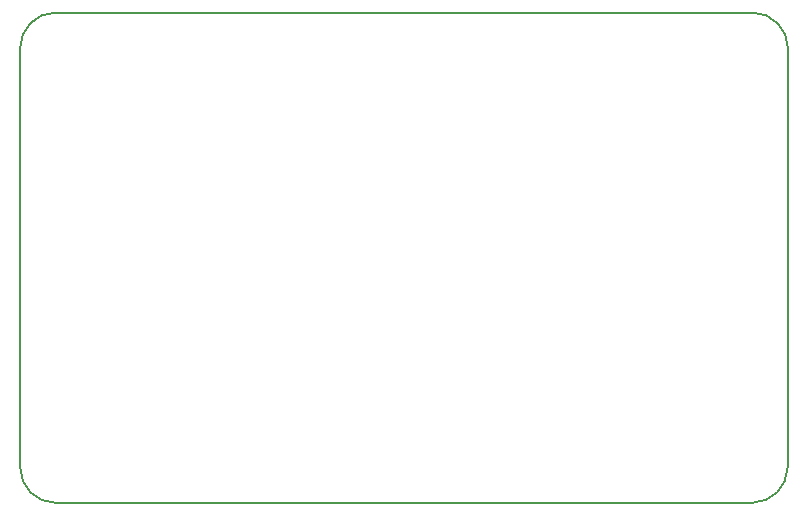
<source format=gbr>
%TF.GenerationSoftware,KiCad,Pcbnew,7.0.9*%
%TF.CreationDate,2023-12-09T17:13:15+02:00*%
%TF.ProjectId,Pi HAT,50692048-4154-42e6-9b69-6361645f7063,0.1.0*%
%TF.SameCoordinates,Original*%
%TF.FileFunction,Profile,NP*%
%FSLAX46Y46*%
G04 Gerber Fmt 4.6, Leading zero omitted, Abs format (unit mm)*
G04 Created by KiCad (PCBNEW 7.0.9) date 2023-12-09 17:13:15*
%MOMM*%
%LPD*%
G01*
G04 APERTURE LIST*
%TA.AperFunction,Profile*%
%ADD10C,0.150000*%
%TD*%
G04 APERTURE END LIST*
D10*
X120532000Y-132568000D02*
X179510680Y-132568000D01*
X182532000Y-94068000D02*
G75*
G03*
X179532000Y-91068000I-3000000J0D01*
G01*
X179510680Y-132567979D02*
G75*
G03*
X182510679Y-129568000I-21380J3021379D01*
G01*
X117532000Y-129568000D02*
G75*
G03*
X120532000Y-132568000I3000000J0D01*
G01*
X120532000Y-91068000D02*
G75*
G03*
X117532000Y-94068000I0J-3000000D01*
G01*
X117532000Y-129568000D02*
X117532000Y-94068000D01*
X182532000Y-94068000D02*
X182510680Y-129568000D01*
X179532000Y-91068000D02*
X120532000Y-91068000D01*
M02*

</source>
